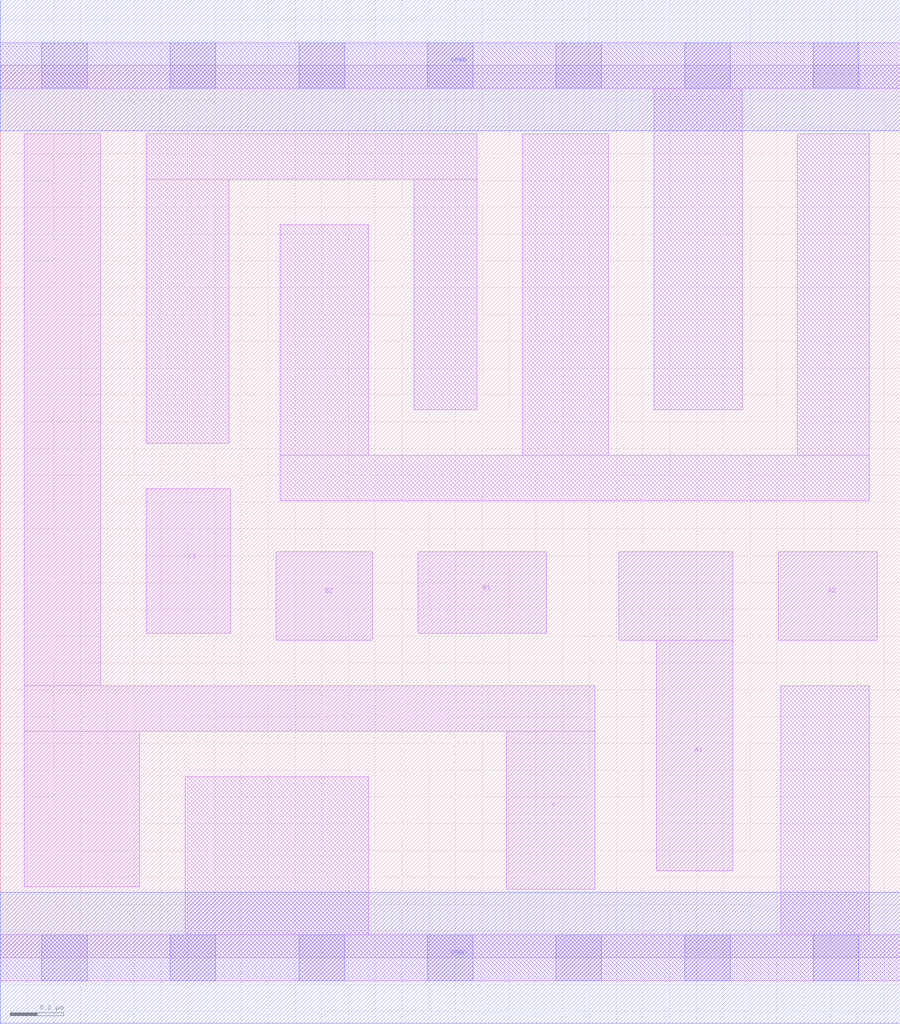
<source format=lef>
# Copyright 2020 The SkyWater PDK Authors
#
# Licensed under the Apache License, Version 2.0 (the "License");
# you may not use this file except in compliance with the License.
# You may obtain a copy of the License at
#
#     https://www.apache.org/licenses/LICENSE-2.0
#
# Unless required by applicable law or agreed to in writing, software
# distributed under the License is distributed on an "AS IS" BASIS,
# WITHOUT WARRANTIES OR CONDITIONS OF ANY KIND, either express or implied.
# See the License for the specific language governing permissions and
# limitations under the License.
#
# SPDX-License-Identifier: Apache-2.0

VERSION 5.7 ;
  NAMESCASESENSITIVE ON ;
  NOWIREEXTENSIONATPIN ON ;
  DIVIDERCHAR "/" ;
  BUSBITCHARS "[]" ;
UNITS
  DATABASE MICRONS 200 ;
END UNITS
MACRO sky130_fd_sc_lp__a221oi_1
  CLASS CORE ;
  FOREIGN sky130_fd_sc_lp__a221oi_1 ;
  ORIGIN  0.000000  0.000000 ;
  SIZE  3.360000 BY  3.330000 ;
  SYMMETRY X Y R90 ;
  SITE unit ;
  PIN A1
    ANTENNAGATEAREA  0.315000 ;
    DIRECTION INPUT ;
    USE SIGNAL ;
    PORT
      LAYER li1 ;
        RECT 2.310000 1.185000 2.735000 1.515000 ;
        RECT 2.450000 0.325000 2.735000 1.185000 ;
    END
  END A1
  PIN A2
    ANTENNAGATEAREA  0.315000 ;
    DIRECTION INPUT ;
    USE SIGNAL ;
    PORT
      LAYER li1 ;
        RECT 2.905000 1.185000 3.275000 1.515000 ;
    END
  END A2
  PIN B1
    ANTENNAGATEAREA  0.315000 ;
    DIRECTION INPUT ;
    USE SIGNAL ;
    PORT
      LAYER li1 ;
        RECT 1.560000 1.210000 2.040000 1.515000 ;
    END
  END B1
  PIN B2
    ANTENNAGATEAREA  0.315000 ;
    DIRECTION INPUT ;
    USE SIGNAL ;
    PORT
      LAYER li1 ;
        RECT 1.030000 1.185000 1.390000 1.515000 ;
    END
  END B2
  PIN C1
    ANTENNAGATEAREA  0.315000 ;
    DIRECTION INPUT ;
    USE SIGNAL ;
    PORT
      LAYER li1 ;
        RECT 0.545000 1.210000 0.860000 1.750000 ;
    END
  END C1
  PIN Y
    ANTENNADIFFAREA  0.884100 ;
    DIRECTION OUTPUT ;
    USE SIGNAL ;
    PORT
      LAYER li1 ;
        RECT 0.090000 0.265000 0.520000 0.845000 ;
        RECT 0.090000 0.845000 2.220000 1.015000 ;
        RECT 0.090000 1.015000 0.375000 3.075000 ;
        RECT 1.890000 0.255000 2.220000 0.845000 ;
    END
  END Y
  PIN VGND
    DIRECTION INOUT ;
    USE GROUND ;
    PORT
      LAYER met1 ;
        RECT 0.000000 -0.245000 3.360000 0.245000 ;
    END
  END VGND
  PIN VPWR
    DIRECTION INOUT ;
    USE POWER ;
    PORT
      LAYER met1 ;
        RECT 0.000000 3.085000 3.360000 3.575000 ;
    END
  END VPWR
  OBS
    LAYER li1 ;
      RECT 0.000000 -0.085000 3.360000 0.085000 ;
      RECT 0.000000  3.245000 3.360000 3.415000 ;
      RECT 0.545000  1.920000 0.855000 2.905000 ;
      RECT 0.545000  2.905000 1.780000 3.075000 ;
      RECT 0.690000  0.085000 1.375000 0.675000 ;
      RECT 1.045000  1.705000 3.245000 1.875000 ;
      RECT 1.045000  1.875000 1.375000 2.735000 ;
      RECT 1.545000  2.045000 1.780000 2.905000 ;
      RECT 1.950000  1.875000 2.270000 3.075000 ;
      RECT 2.440000  2.045000 2.770000 3.245000 ;
      RECT 2.915000  0.085000 3.245000 1.015000 ;
      RECT 2.975000  1.875000 3.245000 3.075000 ;
    LAYER mcon ;
      RECT 0.155000 -0.085000 0.325000 0.085000 ;
      RECT 0.155000  3.245000 0.325000 3.415000 ;
      RECT 0.635000 -0.085000 0.805000 0.085000 ;
      RECT 0.635000  3.245000 0.805000 3.415000 ;
      RECT 1.115000 -0.085000 1.285000 0.085000 ;
      RECT 1.115000  3.245000 1.285000 3.415000 ;
      RECT 1.595000 -0.085000 1.765000 0.085000 ;
      RECT 1.595000  3.245000 1.765000 3.415000 ;
      RECT 2.075000 -0.085000 2.245000 0.085000 ;
      RECT 2.075000  3.245000 2.245000 3.415000 ;
      RECT 2.555000 -0.085000 2.725000 0.085000 ;
      RECT 2.555000  3.245000 2.725000 3.415000 ;
      RECT 3.035000 -0.085000 3.205000 0.085000 ;
      RECT 3.035000  3.245000 3.205000 3.415000 ;
  END
END sky130_fd_sc_lp__a221oi_1
END LIBRARY

</source>
